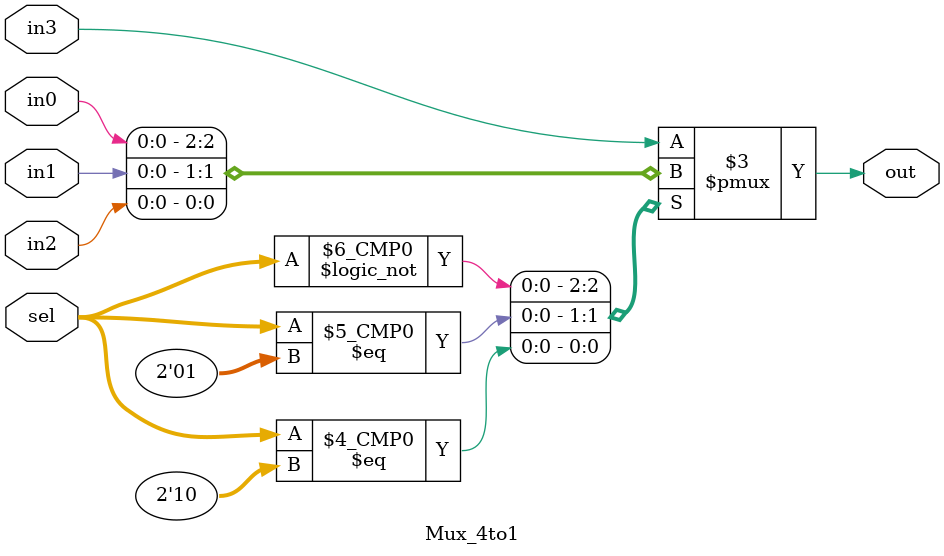
<source format=v>
`timescale 1ns/1ns

module Mux_4to1 (out, in0, in1, in2, in3, sel);
    output out;
    input in0, in1, in2, in3;
    input [1:0] sel;
    
    reg out;
    always @(sel or in0 or in1 or in2 or in3)
    begin
        case (sel)
            2'b00: out = in0;
            2'b01: out = in1;
            2'b10: out = in2;
            default: out = in3;
        endcase
    end

endmodule
</source>
